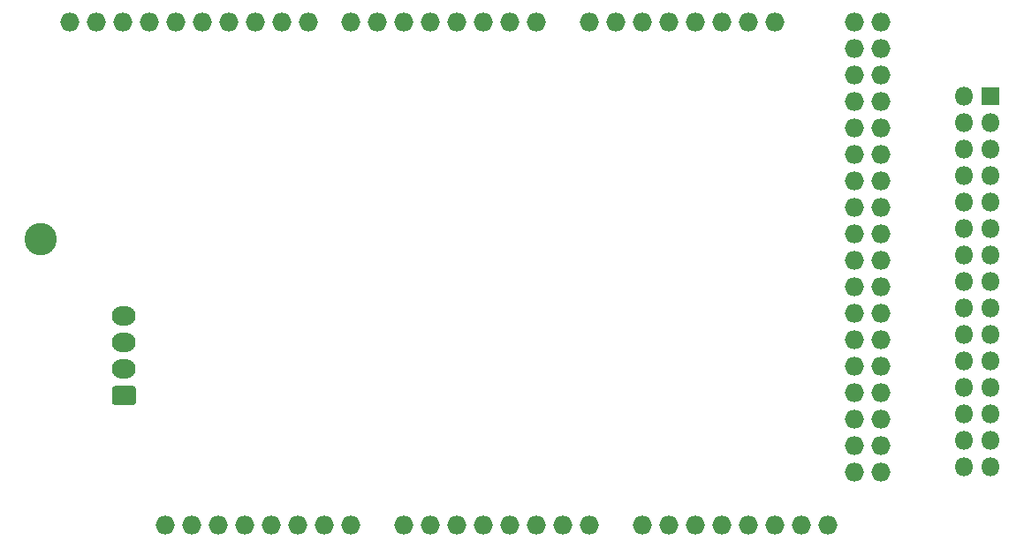
<source format=gbr>
%TF.GenerationSoftware,KiCad,Pcbnew,(5.1.6)-1*%
%TF.CreationDate,2020-09-26T17:31:42-07:00*%
%TF.ProjectId,ArduinoShield,41726475-696e-46f5-9368-69656c642e6b,rev?*%
%TF.SameCoordinates,Original*%
%TF.FileFunction,Soldermask,Top*%
%TF.FilePolarity,Negative*%
%FSLAX46Y46*%
G04 Gerber Fmt 4.6, Leading zero omitted, Abs format (unit mm)*
G04 Created by KiCad (PCBNEW (5.1.6)-1) date 2020-09-26 17:31:42*
%MOMM*%
%LPD*%
G01*
G04 APERTURE LIST*
%ADD10C,3.100000*%
%ADD11O,1.827200X1.827200*%
%ADD12R,1.800000X1.800000*%
%ADD13O,1.800000X1.800000*%
%ADD14O,2.290000X1.840000*%
G04 APERTURE END LIST*
D10*
%TO.C,HOLE1*%
X116000000Y-89000000D03*
%TD*%
D11*
%TO.C,XA1*%
X150800000Y-116460000D03*
X145720000Y-116460000D03*
X143180000Y-116460000D03*
X140640000Y-116460000D03*
X138100000Y-116460000D03*
X135560000Y-116460000D03*
X133020000Y-116460000D03*
X130480000Y-116460000D03*
X186360000Y-68200000D03*
X183820000Y-68200000D03*
X181280000Y-68200000D03*
X178740000Y-68200000D03*
X176200000Y-68200000D03*
X173660000Y-68200000D03*
X171120000Y-68200000D03*
X168580000Y-68200000D03*
X163500000Y-68200000D03*
X160960000Y-68200000D03*
X158420000Y-68200000D03*
X155880000Y-68200000D03*
X153340000Y-68200000D03*
X150800000Y-68200000D03*
X148260000Y-68200000D03*
X145720000Y-68200000D03*
X126416000Y-68200000D03*
X141656000Y-68200000D03*
X139116000Y-68200000D03*
X136576000Y-68200000D03*
X118796000Y-68200000D03*
X121336000Y-68200000D03*
X123876000Y-68200000D03*
X128956000Y-68200000D03*
X131496000Y-68200000D03*
X134036000Y-68200000D03*
X127940000Y-116460000D03*
X153340000Y-116460000D03*
X155880000Y-116460000D03*
X158420000Y-116460000D03*
X160960000Y-116460000D03*
X163500000Y-116460000D03*
X166040000Y-116460000D03*
X168580000Y-116460000D03*
X173660000Y-116460000D03*
X176200000Y-116460000D03*
X178740000Y-116460000D03*
X181280000Y-116460000D03*
X183820000Y-116460000D03*
X186360000Y-116460000D03*
X188900000Y-116460000D03*
X191440000Y-116460000D03*
X193980000Y-68200000D03*
X196520000Y-68200000D03*
X193980000Y-70740000D03*
X196520000Y-70740000D03*
X193980000Y-73280000D03*
X196520000Y-73280000D03*
X193980000Y-75820000D03*
X196520000Y-75820000D03*
X193980000Y-78360000D03*
X196520000Y-78360000D03*
X193980000Y-80900000D03*
X196520000Y-80900000D03*
X193980000Y-83440000D03*
X196520000Y-83440000D03*
X193980000Y-85980000D03*
X196520000Y-85980000D03*
X193980000Y-88520000D03*
X196520000Y-88520000D03*
X193980000Y-91060000D03*
X196520000Y-91060000D03*
X193980000Y-93600000D03*
X196520000Y-93600000D03*
X193980000Y-96140000D03*
X196520000Y-96140000D03*
X193980000Y-98680000D03*
X196520000Y-98680000D03*
X193980000Y-101220000D03*
X196520000Y-101220000D03*
X193980000Y-103760000D03*
X196520000Y-103760000D03*
X193980000Y-106300000D03*
X196520000Y-106300000D03*
X193980000Y-108840000D03*
X196520000Y-108840000D03*
X193980000Y-111380000D03*
X196520000Y-111380000D03*
%TD*%
D12*
%TO.C,J1*%
X207000000Y-75250000D03*
D13*
X204460000Y-75250000D03*
X207000000Y-77790000D03*
X204460000Y-77790000D03*
X207000000Y-80330000D03*
X204460000Y-80330000D03*
X207000000Y-82870000D03*
X204460000Y-82870000D03*
X207000000Y-85410000D03*
X204460000Y-85410000D03*
X207000000Y-87950000D03*
X204460000Y-87950000D03*
X207000000Y-90490000D03*
X204460000Y-90490000D03*
X207000000Y-93030000D03*
X204460000Y-93030000D03*
X207000000Y-95570000D03*
X204460000Y-95570000D03*
X207000000Y-98110000D03*
X204460000Y-98110000D03*
X207000000Y-100650000D03*
X204460000Y-100650000D03*
X207000000Y-103190000D03*
X204460000Y-103190000D03*
X207000000Y-105730000D03*
X204460000Y-105730000D03*
X207000000Y-108270000D03*
X204460000Y-108270000D03*
X207000000Y-110810000D03*
X204460000Y-110810000D03*
%TD*%
D14*
%TO.C,J2*%
X124000000Y-96380000D03*
X124000000Y-98920000D03*
X124000000Y-101460000D03*
G36*
G01*
X124880633Y-104920000D02*
X123119367Y-104920000D01*
G75*
G02*
X122855000Y-104655633I0J264367D01*
G01*
X122855000Y-103344367D01*
G75*
G02*
X123119367Y-103080000I264367J0D01*
G01*
X124880633Y-103080000D01*
G75*
G02*
X125145000Y-103344367I0J-264367D01*
G01*
X125145000Y-104655633D01*
G75*
G02*
X124880633Y-104920000I-264367J0D01*
G01*
G37*
%TD*%
M02*

</source>
